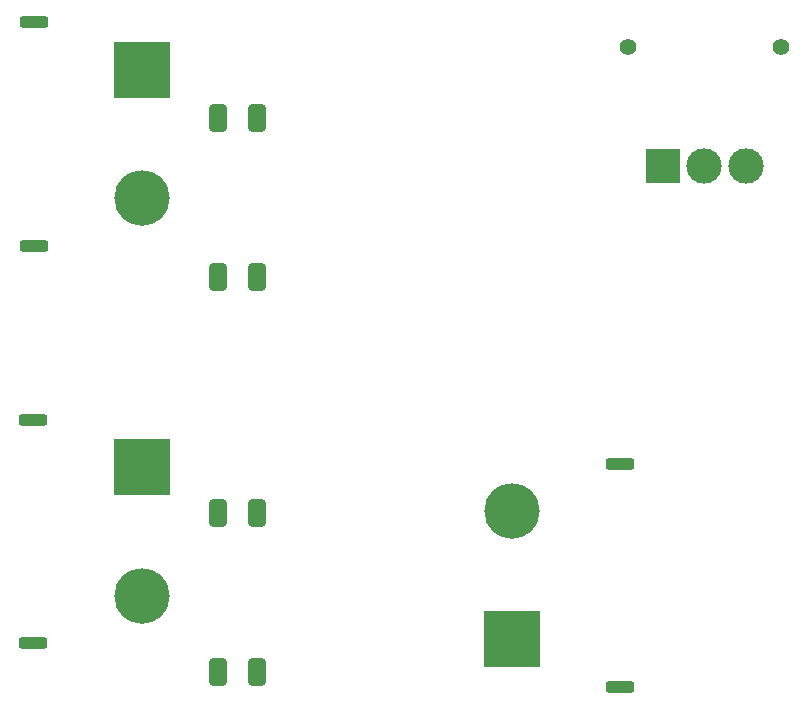
<source format=gbr>
%TF.GenerationSoftware,KiCad,Pcbnew,8.0.0*%
%TF.CreationDate,2024-03-01T13:09:20-07:00*%
%TF.ProjectId,2023IdealDiode,32303233-4964-4656-916c-44696f64652e,rev?*%
%TF.SameCoordinates,Original*%
%TF.FileFunction,Soldermask,Bot*%
%TF.FilePolarity,Negative*%
%FSLAX46Y46*%
G04 Gerber Fmt 4.6, Leading zero omitted, Abs format (unit mm)*
G04 Created by KiCad (PCBNEW 8.0.0) date 2024-03-01 13:09:20*
%MOMM*%
%LPD*%
G01*
G04 APERTURE LIST*
G04 Aperture macros list*
%AMRoundRect*
0 Rectangle with rounded corners*
0 $1 Rounding radius*
0 $2 $3 $4 $5 $6 $7 $8 $9 X,Y pos of 4 corners*
0 Add a 4 corners polygon primitive as box body*
4,1,4,$2,$3,$4,$5,$6,$7,$8,$9,$2,$3,0*
0 Add four circle primitives for the rounded corners*
1,1,$1+$1,$2,$3*
1,1,$1+$1,$4,$5*
1,1,$1+$1,$6,$7*
1,1,$1+$1,$8,$9*
0 Add four rect primitives between the rounded corners*
20,1,$1+$1,$2,$3,$4,$5,0*
20,1,$1+$1,$4,$5,$6,$7,0*
20,1,$1+$1,$6,$7,$8,$9,0*
20,1,$1+$1,$8,$9,$2,$3,0*%
G04 Aperture macros list end*
%ADD10C,4.700000*%
%ADD11R,4.700000X4.700000*%
%ADD12RoundRect,0.250000X-0.950000X0.250000X-0.950000X-0.250000X0.950000X-0.250000X0.950000X0.250000X0*%
%ADD13RoundRect,0.375000X-0.375000X0.825000X-0.375000X-0.825000X0.375000X-0.825000X0.375000X0.825000X0*%
%ADD14RoundRect,0.250000X0.950000X-0.250000X0.950000X0.250000X-0.950000X0.250000X-0.950000X-0.250000X0*%
%ADD15C,3.000000*%
%ADD16R,3.000000X3.000000*%
%ADD17C,1.400000*%
G04 APERTURE END LIST*
D10*
%TO.C,J1*%
X303075000Y-238180000D03*
D11*
X303075000Y-227330000D03*
D12*
X293875000Y-242180000D03*
X293875000Y-223280000D03*
%TD*%
D13*
%TO.C,F2*%
X312815000Y-264795000D03*
X309485000Y-264795000D03*
X312815000Y-278265000D03*
X309485000Y-278265000D03*
%TD*%
%TO.C,F1*%
X312815000Y-231390000D03*
X309485000Y-231390000D03*
X312815000Y-244860000D03*
X309485000Y-244860000D03*
%TD*%
D10*
%TO.C,J3*%
X334335000Y-264660000D03*
D11*
X334335000Y-275510000D03*
D14*
X343535000Y-260660000D03*
X343535000Y-279560000D03*
%TD*%
D10*
%TO.C,J2*%
X303050000Y-271800000D03*
D11*
X303050000Y-260950000D03*
D12*
X293850000Y-275800000D03*
X293850000Y-256900000D03*
%TD*%
D15*
%TO.C,SW1*%
X354155000Y-235395000D03*
X350655000Y-235395000D03*
D16*
X347155000Y-235395000D03*
D17*
X357155000Y-225395000D03*
X344155000Y-225395000D03*
%TD*%
M02*

</source>
